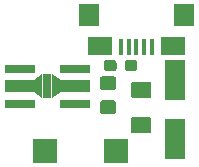
<source format=gtp>
G04 #@! TF.GenerationSoftware,KiCad,Pcbnew,(5.1.5-0-10_14)*
G04 #@! TF.CreationDate,2020-04-26T19:43:23+09:00*
G04 #@! TF.ProjectId,STM32DebugConnector,53544d33-3244-4656-9275-67436f6e6e65,1.0*
G04 #@! TF.SameCoordinates,Original*
G04 #@! TF.FileFunction,Paste,Top*
G04 #@! TF.FilePolarity,Positive*
%FSLAX46Y46*%
G04 Gerber Fmt 4.6, Leading zero omitted, Abs format (unit mm)*
G04 Created by KiCad (PCBNEW (5.1.5-0-10_14)) date 2020-04-26 19:43:23*
%MOMM*%
%LPD*%
G04 APERTURE LIST*
%ADD10R,1.800000X1.900000*%
%ADD11R,2.100000X1.600000*%
%ADD12R,0.400000X1.350000*%
%ADD13R,0.800000X2.000000*%
%ADD14C,0.100000*%
%ADD15R,2.500000X1.000000*%
%ADD16R,2.500000X0.700000*%
%ADD17R,2.000000X2.000000*%
%ADD18R,1.800000X3.500000*%
G04 APERTURE END LIST*
D10*
X137697200Y-77501000D03*
X145697200Y-77501000D03*
D11*
X138597200Y-80051000D03*
X144797200Y-80051000D03*
D12*
X140397200Y-80201000D03*
X141047200Y-80176000D03*
X141697200Y-80176000D03*
X142347200Y-80176000D03*
X142997200Y-80176000D03*
D13*
X134156200Y-83501000D03*
D14*
G36*
X133751200Y-84501000D02*
G01*
X133001200Y-84001000D01*
X133001200Y-83001000D01*
X133751200Y-82501000D01*
X133751200Y-84501000D01*
G37*
D15*
X136506200Y-83501000D03*
D16*
X131806200Y-85001000D03*
D15*
X131806200Y-83501000D03*
D16*
X131806200Y-82001000D03*
X136506200Y-85001000D03*
X136506200Y-82001000D03*
D14*
G36*
X134561200Y-82501000D02*
G01*
X135311200Y-83001000D01*
X135311200Y-84001000D01*
X134561200Y-84501000D01*
X134561200Y-82501000D01*
G37*
D17*
X139997200Y-89001000D03*
X133997200Y-89001000D03*
D14*
G36*
X142746704Y-86077204D02*
G01*
X142770973Y-86080804D01*
X142794771Y-86086765D01*
X142817871Y-86095030D01*
X142840049Y-86105520D01*
X142861093Y-86118133D01*
X142880798Y-86132747D01*
X142898977Y-86149223D01*
X142915453Y-86167402D01*
X142930067Y-86187107D01*
X142942680Y-86208151D01*
X142953170Y-86230329D01*
X142961435Y-86253429D01*
X142967396Y-86277227D01*
X142970996Y-86301496D01*
X142972200Y-86326000D01*
X142972200Y-87251000D01*
X142970996Y-87275504D01*
X142967396Y-87299773D01*
X142961435Y-87323571D01*
X142953170Y-87346671D01*
X142942680Y-87368849D01*
X142930067Y-87389893D01*
X142915453Y-87409598D01*
X142898977Y-87427777D01*
X142880798Y-87444253D01*
X142861093Y-87458867D01*
X142840049Y-87471480D01*
X142817871Y-87481970D01*
X142794771Y-87490235D01*
X142770973Y-87496196D01*
X142746704Y-87499796D01*
X142722200Y-87501000D01*
X141472200Y-87501000D01*
X141447696Y-87499796D01*
X141423427Y-87496196D01*
X141399629Y-87490235D01*
X141376529Y-87481970D01*
X141354351Y-87471480D01*
X141333307Y-87458867D01*
X141313602Y-87444253D01*
X141295423Y-87427777D01*
X141278947Y-87409598D01*
X141264333Y-87389893D01*
X141251720Y-87368849D01*
X141241230Y-87346671D01*
X141232965Y-87323571D01*
X141227004Y-87299773D01*
X141223404Y-87275504D01*
X141222200Y-87251000D01*
X141222200Y-86326000D01*
X141223404Y-86301496D01*
X141227004Y-86277227D01*
X141232965Y-86253429D01*
X141241230Y-86230329D01*
X141251720Y-86208151D01*
X141264333Y-86187107D01*
X141278947Y-86167402D01*
X141295423Y-86149223D01*
X141313602Y-86132747D01*
X141333307Y-86118133D01*
X141354351Y-86105520D01*
X141376529Y-86095030D01*
X141399629Y-86086765D01*
X141423427Y-86080804D01*
X141447696Y-86077204D01*
X141472200Y-86076000D01*
X142722200Y-86076000D01*
X142746704Y-86077204D01*
G37*
G36*
X142746704Y-83102204D02*
G01*
X142770973Y-83105804D01*
X142794771Y-83111765D01*
X142817871Y-83120030D01*
X142840049Y-83130520D01*
X142861093Y-83143133D01*
X142880798Y-83157747D01*
X142898977Y-83174223D01*
X142915453Y-83192402D01*
X142930067Y-83212107D01*
X142942680Y-83233151D01*
X142953170Y-83255329D01*
X142961435Y-83278429D01*
X142967396Y-83302227D01*
X142970996Y-83326496D01*
X142972200Y-83351000D01*
X142972200Y-84276000D01*
X142970996Y-84300504D01*
X142967396Y-84324773D01*
X142961435Y-84348571D01*
X142953170Y-84371671D01*
X142942680Y-84393849D01*
X142930067Y-84414893D01*
X142915453Y-84434598D01*
X142898977Y-84452777D01*
X142880798Y-84469253D01*
X142861093Y-84483867D01*
X142840049Y-84496480D01*
X142817871Y-84506970D01*
X142794771Y-84515235D01*
X142770973Y-84521196D01*
X142746704Y-84524796D01*
X142722200Y-84526000D01*
X141472200Y-84526000D01*
X141447696Y-84524796D01*
X141423427Y-84521196D01*
X141399629Y-84515235D01*
X141376529Y-84506970D01*
X141354351Y-84496480D01*
X141333307Y-84483867D01*
X141313602Y-84469253D01*
X141295423Y-84452777D01*
X141278947Y-84434598D01*
X141264333Y-84414893D01*
X141251720Y-84393849D01*
X141241230Y-84371671D01*
X141232965Y-84348571D01*
X141227004Y-84324773D01*
X141223404Y-84300504D01*
X141222200Y-84276000D01*
X141222200Y-83351000D01*
X141223404Y-83326496D01*
X141227004Y-83302227D01*
X141232965Y-83278429D01*
X141241230Y-83255329D01*
X141251720Y-83233151D01*
X141264333Y-83212107D01*
X141278947Y-83192402D01*
X141295423Y-83174223D01*
X141313602Y-83157747D01*
X141333307Y-83143133D01*
X141354351Y-83130520D01*
X141376529Y-83120030D01*
X141399629Y-83111765D01*
X141423427Y-83105804D01*
X141447696Y-83102204D01*
X141472200Y-83101000D01*
X142722200Y-83101000D01*
X142746704Y-83102204D01*
G37*
D18*
X144997200Y-83001000D03*
X144997200Y-88001000D03*
D14*
G36*
X139771705Y-82652204D02*
G01*
X139795973Y-82655804D01*
X139819772Y-82661765D01*
X139842871Y-82670030D01*
X139865050Y-82680520D01*
X139886093Y-82693132D01*
X139905799Y-82707747D01*
X139923977Y-82724223D01*
X139940453Y-82742401D01*
X139955068Y-82762107D01*
X139967680Y-82783150D01*
X139978170Y-82805329D01*
X139986435Y-82828428D01*
X139992396Y-82852227D01*
X139995996Y-82876495D01*
X139997200Y-82900999D01*
X139997200Y-83551001D01*
X139995996Y-83575505D01*
X139992396Y-83599773D01*
X139986435Y-83623572D01*
X139978170Y-83646671D01*
X139967680Y-83668850D01*
X139955068Y-83689893D01*
X139940453Y-83709599D01*
X139923977Y-83727777D01*
X139905799Y-83744253D01*
X139886093Y-83758868D01*
X139865050Y-83771480D01*
X139842871Y-83781970D01*
X139819772Y-83790235D01*
X139795973Y-83796196D01*
X139771705Y-83799796D01*
X139747201Y-83801000D01*
X138847199Y-83801000D01*
X138822695Y-83799796D01*
X138798427Y-83796196D01*
X138774628Y-83790235D01*
X138751529Y-83781970D01*
X138729350Y-83771480D01*
X138708307Y-83758868D01*
X138688601Y-83744253D01*
X138670423Y-83727777D01*
X138653947Y-83709599D01*
X138639332Y-83689893D01*
X138626720Y-83668850D01*
X138616230Y-83646671D01*
X138607965Y-83623572D01*
X138602004Y-83599773D01*
X138598404Y-83575505D01*
X138597200Y-83551001D01*
X138597200Y-82900999D01*
X138598404Y-82876495D01*
X138602004Y-82852227D01*
X138607965Y-82828428D01*
X138616230Y-82805329D01*
X138626720Y-82783150D01*
X138639332Y-82762107D01*
X138653947Y-82742401D01*
X138670423Y-82724223D01*
X138688601Y-82707747D01*
X138708307Y-82693132D01*
X138729350Y-82680520D01*
X138751529Y-82670030D01*
X138774628Y-82661765D01*
X138798427Y-82655804D01*
X138822695Y-82652204D01*
X138847199Y-82651000D01*
X139747201Y-82651000D01*
X139771705Y-82652204D01*
G37*
G36*
X139771705Y-84702204D02*
G01*
X139795973Y-84705804D01*
X139819772Y-84711765D01*
X139842871Y-84720030D01*
X139865050Y-84730520D01*
X139886093Y-84743132D01*
X139905799Y-84757747D01*
X139923977Y-84774223D01*
X139940453Y-84792401D01*
X139955068Y-84812107D01*
X139967680Y-84833150D01*
X139978170Y-84855329D01*
X139986435Y-84878428D01*
X139992396Y-84902227D01*
X139995996Y-84926495D01*
X139997200Y-84950999D01*
X139997200Y-85601001D01*
X139995996Y-85625505D01*
X139992396Y-85649773D01*
X139986435Y-85673572D01*
X139978170Y-85696671D01*
X139967680Y-85718850D01*
X139955068Y-85739893D01*
X139940453Y-85759599D01*
X139923977Y-85777777D01*
X139905799Y-85794253D01*
X139886093Y-85808868D01*
X139865050Y-85821480D01*
X139842871Y-85831970D01*
X139819772Y-85840235D01*
X139795973Y-85846196D01*
X139771705Y-85849796D01*
X139747201Y-85851000D01*
X138847199Y-85851000D01*
X138822695Y-85849796D01*
X138798427Y-85846196D01*
X138774628Y-85840235D01*
X138751529Y-85831970D01*
X138729350Y-85821480D01*
X138708307Y-85808868D01*
X138688601Y-85794253D01*
X138670423Y-85777777D01*
X138653947Y-85759599D01*
X138639332Y-85739893D01*
X138626720Y-85718850D01*
X138616230Y-85696671D01*
X138607965Y-85673572D01*
X138602004Y-85649773D01*
X138598404Y-85625505D01*
X138597200Y-85601001D01*
X138597200Y-84950999D01*
X138598404Y-84926495D01*
X138602004Y-84902227D01*
X138607965Y-84878428D01*
X138616230Y-84855329D01*
X138626720Y-84833150D01*
X138639332Y-84812107D01*
X138653947Y-84792401D01*
X138670423Y-84774223D01*
X138688601Y-84757747D01*
X138708307Y-84743132D01*
X138729350Y-84730520D01*
X138751529Y-84720030D01*
X138774628Y-84711765D01*
X138798427Y-84705804D01*
X138822695Y-84702204D01*
X138847199Y-84701000D01*
X139747201Y-84701000D01*
X139771705Y-84702204D01*
G37*
G36*
X141557979Y-81277144D02*
G01*
X141581034Y-81280563D01*
X141603643Y-81286227D01*
X141625587Y-81294079D01*
X141646657Y-81304044D01*
X141666648Y-81316026D01*
X141685368Y-81329910D01*
X141702638Y-81345562D01*
X141718290Y-81362832D01*
X141732174Y-81381552D01*
X141744156Y-81401543D01*
X141754121Y-81422613D01*
X141761973Y-81444557D01*
X141767637Y-81467166D01*
X141771056Y-81490221D01*
X141772200Y-81513500D01*
X141772200Y-81988500D01*
X141771056Y-82011779D01*
X141767637Y-82034834D01*
X141761973Y-82057443D01*
X141754121Y-82079387D01*
X141744156Y-82100457D01*
X141732174Y-82120448D01*
X141718290Y-82139168D01*
X141702638Y-82156438D01*
X141685368Y-82172090D01*
X141666648Y-82185974D01*
X141646657Y-82197956D01*
X141625587Y-82207921D01*
X141603643Y-82215773D01*
X141581034Y-82221437D01*
X141557979Y-82224856D01*
X141534700Y-82226000D01*
X140959700Y-82226000D01*
X140936421Y-82224856D01*
X140913366Y-82221437D01*
X140890757Y-82215773D01*
X140868813Y-82207921D01*
X140847743Y-82197956D01*
X140827752Y-82185974D01*
X140809032Y-82172090D01*
X140791762Y-82156438D01*
X140776110Y-82139168D01*
X140762226Y-82120448D01*
X140750244Y-82100457D01*
X140740279Y-82079387D01*
X140732427Y-82057443D01*
X140726763Y-82034834D01*
X140723344Y-82011779D01*
X140722200Y-81988500D01*
X140722200Y-81513500D01*
X140723344Y-81490221D01*
X140726763Y-81467166D01*
X140732427Y-81444557D01*
X140740279Y-81422613D01*
X140750244Y-81401543D01*
X140762226Y-81381552D01*
X140776110Y-81362832D01*
X140791762Y-81345562D01*
X140809032Y-81329910D01*
X140827752Y-81316026D01*
X140847743Y-81304044D01*
X140868813Y-81294079D01*
X140890757Y-81286227D01*
X140913366Y-81280563D01*
X140936421Y-81277144D01*
X140959700Y-81276000D01*
X141534700Y-81276000D01*
X141557979Y-81277144D01*
G37*
G36*
X139807979Y-81277144D02*
G01*
X139831034Y-81280563D01*
X139853643Y-81286227D01*
X139875587Y-81294079D01*
X139896657Y-81304044D01*
X139916648Y-81316026D01*
X139935368Y-81329910D01*
X139952638Y-81345562D01*
X139968290Y-81362832D01*
X139982174Y-81381552D01*
X139994156Y-81401543D01*
X140004121Y-81422613D01*
X140011973Y-81444557D01*
X140017637Y-81467166D01*
X140021056Y-81490221D01*
X140022200Y-81513500D01*
X140022200Y-81988500D01*
X140021056Y-82011779D01*
X140017637Y-82034834D01*
X140011973Y-82057443D01*
X140004121Y-82079387D01*
X139994156Y-82100457D01*
X139982174Y-82120448D01*
X139968290Y-82139168D01*
X139952638Y-82156438D01*
X139935368Y-82172090D01*
X139916648Y-82185974D01*
X139896657Y-82197956D01*
X139875587Y-82207921D01*
X139853643Y-82215773D01*
X139831034Y-82221437D01*
X139807979Y-82224856D01*
X139784700Y-82226000D01*
X139209700Y-82226000D01*
X139186421Y-82224856D01*
X139163366Y-82221437D01*
X139140757Y-82215773D01*
X139118813Y-82207921D01*
X139097743Y-82197956D01*
X139077752Y-82185974D01*
X139059032Y-82172090D01*
X139041762Y-82156438D01*
X139026110Y-82139168D01*
X139012226Y-82120448D01*
X139000244Y-82100457D01*
X138990279Y-82079387D01*
X138982427Y-82057443D01*
X138976763Y-82034834D01*
X138973344Y-82011779D01*
X138972200Y-81988500D01*
X138972200Y-81513500D01*
X138973344Y-81490221D01*
X138976763Y-81467166D01*
X138982427Y-81444557D01*
X138990279Y-81422613D01*
X139000244Y-81401543D01*
X139012226Y-81381552D01*
X139026110Y-81362832D01*
X139041762Y-81345562D01*
X139059032Y-81329910D01*
X139077752Y-81316026D01*
X139097743Y-81304044D01*
X139118813Y-81294079D01*
X139140757Y-81286227D01*
X139163366Y-81280563D01*
X139186421Y-81277144D01*
X139209700Y-81276000D01*
X139784700Y-81276000D01*
X139807979Y-81277144D01*
G37*
M02*

</source>
